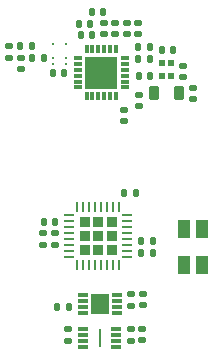
<source format=gtp>
%TF.GenerationSoftware,KiCad,Pcbnew,8.0.5*%
%TF.CreationDate,2024-11-16T16:31:19+01:00*%
%TF.ProjectId,C8W1B1V1.0,43385731-4231-4563-912e-302e6b696361,rev?*%
%TF.SameCoordinates,Original*%
%TF.FileFunction,Paste,Top*%
%TF.FilePolarity,Positive*%
%FSLAX46Y46*%
G04 Gerber Fmt 4.6, Leading zero omitted, Abs format (unit mm)*
G04 Created by KiCad (PCBNEW 8.0.5) date 2024-11-16 16:31:19*
%MOMM*%
%LPD*%
G01*
G04 APERTURE LIST*
G04 Aperture macros list*
%AMRoundRect*
0 Rectangle with rounded corners*
0 $1 Rounding radius*
0 $2 $3 $4 $5 $6 $7 $8 $9 X,Y pos of 4 corners*
0 Add a 4 corners polygon primitive as box body*
4,1,4,$2,$3,$4,$5,$6,$7,$8,$9,$2,$3,0*
0 Add four circle primitives for the rounded corners*
1,1,$1+$1,$2,$3*
1,1,$1+$1,$4,$5*
1,1,$1+$1,$6,$7*
1,1,$1+$1,$8,$9*
0 Add four rect primitives between the rounded corners*
20,1,$1+$1,$2,$3,$4,$5,0*
20,1,$1+$1,$4,$5,$6,$7,0*
20,1,$1+$1,$6,$7,$8,$9,0*
20,1,$1+$1,$8,$9,$2,$3,0*%
G04 Aperture macros list end*
%ADD10RoundRect,0.140000X0.170000X-0.140000X0.170000X0.140000X-0.170000X0.140000X-0.170000X-0.140000X0*%
%ADD11RoundRect,0.135000X0.135000X0.185000X-0.135000X0.185000X-0.135000X-0.185000X0.135000X-0.185000X0*%
%ADD12R,0.500000X0.600000*%
%ADD13RoundRect,0.135000X-0.135000X-0.185000X0.135000X-0.185000X0.135000X0.185000X-0.135000X0.185000X0*%
%ADD14R,1.100000X1.500000*%
%ADD15RoundRect,0.135000X0.185000X-0.135000X0.185000X0.135000X-0.185000X0.135000X-0.185000X-0.135000X0*%
%ADD16RoundRect,0.140000X-0.140000X-0.170000X0.140000X-0.170000X0.140000X0.170000X-0.140000X0.170000X0*%
%ADD17RoundRect,0.135000X-0.185000X0.135000X-0.185000X-0.135000X0.185000X-0.135000X0.185000X0.135000X0*%
%ADD18RoundRect,0.140000X-0.170000X0.140000X-0.170000X-0.140000X0.170000X-0.140000X0.170000X0.140000X0*%
%ADD19RoundRect,0.140000X0.140000X0.170000X-0.140000X0.170000X-0.140000X-0.170000X0.140000X-0.170000X0*%
%ADD20C,0.220000*%
%ADD21RoundRect,0.147500X0.172500X-0.147500X0.172500X0.147500X-0.172500X0.147500X-0.172500X-0.147500X0*%
%ADD22R,0.950000X0.300000*%
%ADD23R,0.250000X1.650000*%
%ADD24R,0.850000X0.300000*%
%ADD25R,1.500000X1.700000*%
%ADD26RoundRect,0.147500X-0.147500X-0.172500X0.147500X-0.172500X0.147500X0.172500X-0.147500X0.172500X0*%
%ADD27RoundRect,0.232500X-0.232500X-0.232500X0.232500X-0.232500X0.232500X0.232500X-0.232500X0.232500X0*%
%ADD28RoundRect,0.062500X-0.375000X-0.062500X0.375000X-0.062500X0.375000X0.062500X-0.375000X0.062500X0*%
%ADD29RoundRect,0.062500X-0.062500X-0.375000X0.062500X-0.375000X0.062500X0.375000X-0.062500X0.375000X0*%
%ADD30RoundRect,0.218750X-0.218750X-0.381250X0.218750X-0.381250X0.218750X0.381250X-0.218750X0.381250X0*%
%ADD31R,0.800000X0.300000*%
%ADD32R,0.300000X0.800000*%
%ADD33R,2.800000X2.800000*%
G04 APERTURE END LIST*
D10*
%TO.C,C12*%
X154650000Y-97710000D03*
X154650000Y-96750000D03*
%TD*%
%TO.C,C3*%
X142820000Y-111900000D03*
X142820000Y-110940000D03*
%TD*%
D11*
%TO.C,R9*%
X152100000Y-112577500D03*
X151080000Y-112577500D03*
%TD*%
D12*
%TO.C,Y1*%
X153640000Y-97620000D03*
X153640000Y-96520000D03*
X152840000Y-96520000D03*
X152840000Y-97620000D03*
%TD*%
D13*
%TO.C,R4*%
X141860000Y-96090000D03*
X142880000Y-96090000D03*
%TD*%
D14*
%TO.C,LED1*%
X156230000Y-110580000D03*
X156230000Y-113580000D03*
X154730000Y-113580000D03*
X154730000Y-110580000D03*
%TD*%
D15*
%TO.C,R5*%
X144950000Y-120050000D03*
X144950000Y-119030000D03*
%TD*%
D16*
%TO.C,C1*%
X145810000Y-93190000D03*
X146770000Y-93190000D03*
%TD*%
D17*
%TO.C,R1*%
X143810000Y-110920000D03*
X143810000Y-111940000D03*
%TD*%
D10*
%TO.C,C7*%
X148900000Y-94100000D03*
X148900000Y-93140000D03*
%TD*%
%TO.C,C6*%
X147930000Y-94100000D03*
X147930000Y-93140000D03*
%TD*%
D18*
%TO.C,C20*%
X151240000Y-116070000D03*
X151240000Y-117030000D03*
%TD*%
D19*
%TO.C,C2*%
X143840000Y-109970000D03*
X142880000Y-109970000D03*
%TD*%
D11*
%TO.C,R3*%
X150670000Y-107510000D03*
X149650000Y-107510000D03*
%TD*%
D20*
%TO.C,IC3*%
X144740000Y-96590000D03*
X143680000Y-96590000D03*
X144740000Y-96090000D03*
X143680000Y-96090000D03*
X144740000Y-94880000D03*
X143680000Y-94880000D03*
%TD*%
D19*
%TO.C,C13*%
X153800000Y-95420000D03*
X152840000Y-95420000D03*
%TD*%
D17*
%TO.C,R6*%
X150210000Y-119010000D03*
X150210000Y-120030000D03*
%TD*%
D10*
%TO.C,C8*%
X149870000Y-94100000D03*
X149870000Y-93140000D03*
%TD*%
D21*
%TO.C,L3*%
X139910000Y-96060000D03*
X139910000Y-95090000D03*
%TD*%
D16*
%TO.C,C14*%
X150890000Y-97620000D03*
X151850000Y-97620000D03*
%TD*%
D17*
%TO.C,R8*%
X150270000Y-116070000D03*
X150270000Y-117090000D03*
%TD*%
D22*
%TO.C,IC1*%
X146200000Y-119040000D03*
X146200000Y-119540000D03*
X146200000Y-120040000D03*
X146200000Y-120540000D03*
X149000000Y-120540000D03*
X149000000Y-120040000D03*
X149000000Y-119540000D03*
X149000000Y-119040000D03*
D23*
X147600000Y-119790000D03*
%TD*%
D24*
%TO.C,IC4*%
X146160000Y-116170000D03*
X146160000Y-116670000D03*
X146160000Y-117170000D03*
X146160000Y-117670000D03*
X149060000Y-117670000D03*
X149060000Y-117170000D03*
X149060000Y-116670000D03*
X149060000Y-116170000D03*
D25*
X147610000Y-116920000D03*
%TD*%
D10*
%TO.C,C9*%
X150840000Y-94100000D03*
X150840000Y-93140000D03*
%TD*%
%TO.C,C19*%
X151200000Y-119990000D03*
X151200000Y-119030000D03*
%TD*%
D19*
%TO.C,C4*%
X146970000Y-94170000D03*
X146010000Y-94170000D03*
%TD*%
D16*
%TO.C,C18*%
X140880000Y-95090000D03*
X141840000Y-95090000D03*
%TD*%
D18*
%TO.C,C11*%
X140900000Y-96060000D03*
X140900000Y-97020000D03*
%TD*%
D11*
%TO.C,R2*%
X151890000Y-95170000D03*
X150870000Y-95170000D03*
%TD*%
D18*
%TO.C,C16*%
X149640000Y-100480000D03*
X149640000Y-101440000D03*
%TD*%
D11*
%TO.C,R10*%
X152100000Y-111577500D03*
X151080000Y-111577500D03*
%TD*%
D26*
%TO.C,L1*%
X146915000Y-92190000D03*
X147885000Y-92190000D03*
%TD*%
D18*
%TO.C,C15*%
X150920000Y-99210000D03*
X150920000Y-100170000D03*
%TD*%
D19*
%TO.C,C17*%
X144590000Y-97370000D03*
X143630000Y-97370000D03*
%TD*%
D18*
%TO.C,C5*%
X155540000Y-98630000D03*
X155540000Y-99590000D03*
%TD*%
D27*
%TO.C,U1*%
X146320000Y-110020000D03*
X146320000Y-111170000D03*
X146320000Y-112320000D03*
X147470000Y-110020000D03*
X147470000Y-111170000D03*
X147470000Y-112320000D03*
X148620000Y-110020000D03*
X148620000Y-111170000D03*
X148620000Y-112320000D03*
D28*
X145032500Y-109420000D03*
X145032500Y-109920000D03*
X145032500Y-110420000D03*
X145032500Y-110920000D03*
X145032500Y-111420000D03*
X145032500Y-111920000D03*
X145032500Y-112420000D03*
X145032500Y-112920000D03*
D29*
X145720000Y-113607500D03*
X146220000Y-113607500D03*
X146720000Y-113607500D03*
X147220000Y-113607500D03*
X147720000Y-113607500D03*
X148220000Y-113607500D03*
X148720000Y-113607500D03*
X149220000Y-113607500D03*
D28*
X149907500Y-112920000D03*
X149907500Y-112420000D03*
X149907500Y-111920000D03*
X149907500Y-111420000D03*
X149907500Y-110920000D03*
X149907500Y-110420000D03*
X149907500Y-109920000D03*
X149907500Y-109420000D03*
D29*
X149220000Y-108732500D03*
X148720000Y-108732500D03*
X148220000Y-108732500D03*
X147720000Y-108732500D03*
X147220000Y-108732500D03*
X146720000Y-108732500D03*
X146220000Y-108732500D03*
X145720000Y-108732500D03*
%TD*%
D16*
%TO.C,C10*%
X150880000Y-96160000D03*
X151840000Y-96160000D03*
%TD*%
D30*
%TO.C,L2*%
X152217500Y-99070000D03*
X154342500Y-99070000D03*
%TD*%
D11*
%TO.C,R7*%
X144980000Y-117180000D03*
X143960000Y-117180000D03*
%TD*%
D31*
%TO.C,IC2*%
X149740000Y-98590000D03*
X149740000Y-98090000D03*
X149740000Y-97590000D03*
X149740000Y-97090000D03*
X149740000Y-96590000D03*
X149740000Y-96090000D03*
D32*
X148990000Y-95340000D03*
X148490000Y-95340000D03*
X147990000Y-95340000D03*
X147490000Y-95340000D03*
X146990000Y-95340000D03*
X146490000Y-95340000D03*
D31*
X145740000Y-96090000D03*
X145740000Y-96590000D03*
X145740000Y-97090000D03*
X145740000Y-97590000D03*
X145740000Y-98090000D03*
X145740000Y-98590000D03*
D32*
X146490000Y-99340000D03*
X146990000Y-99340000D03*
X147490000Y-99340000D03*
X147990000Y-99340000D03*
X148490000Y-99340000D03*
X148990000Y-99340000D03*
D33*
X147740000Y-97340000D03*
%TD*%
M02*

</source>
